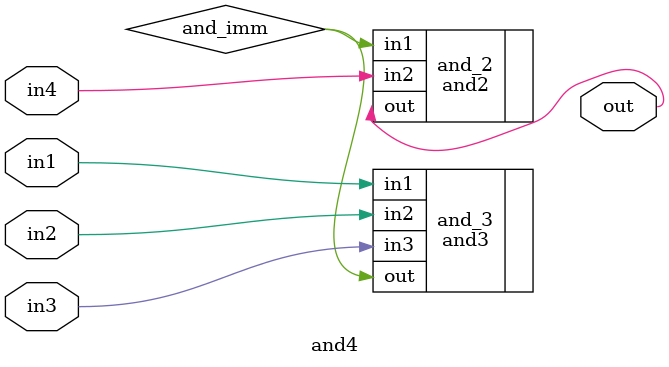
<source format=v>
/*
    CS/ECE 552 Spring '23
    Homework #1, Problem 2

    4 input AND
*/
`default_nettype none
module and4 (out,in1,in2,in3,in4);
    output wire out;
    input wire in1,in2,in3,in4;
	
	wire and_imm;
	and3 and_3(.in1(in1), .in2(in2), .in3(in3), .out(and_imm));
	and2 and_2(.out(out), .in1(and_imm), .in2(in4));
	
endmodule
`default_nettype wire

</source>
